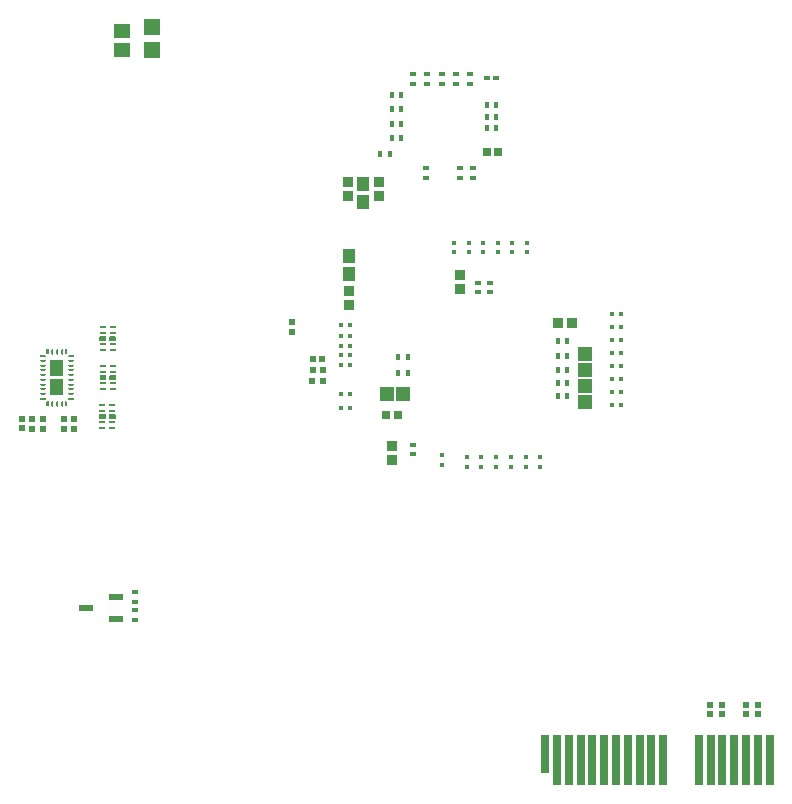
<source format=gbp>
G04*
G04 #@! TF.GenerationSoftware,Altium Limited,Altium Designer,21.6.4 (81)*
G04*
G04 Layer_Color=128*
%FSLAX44Y44*%
%MOMM*%
G71*
G04*
G04 #@! TF.SameCoordinates,3EDC82D6-234A-4603-B505-91B76C251D76*
G04*
G04*
G04 #@! TF.FilePolarity,Positive*
G04*
G01*
G75*
%ADD24R,0.7112X4.1910*%
%ADD35R,0.5000X0.4000*%
%ADD41R,0.5500X0.5500*%
%ADD45C,0.1800*%
G04:AMPARAMS|DCode=46|XSize=0.2mm|YSize=0.5mm|CornerRadius=0.05mm|HoleSize=0mm|Usage=FLASHONLY|Rotation=180.000|XOffset=0mm|YOffset=0mm|HoleType=Round|Shape=RoundedRectangle|*
%AMROUNDEDRECTD46*
21,1,0.2000,0.4000,0,0,180.0*
21,1,0.1000,0.5000,0,0,180.0*
1,1,0.1000,-0.0500,0.2000*
1,1,0.1000,0.0500,0.2000*
1,1,0.1000,0.0500,-0.2000*
1,1,0.1000,-0.0500,-0.2000*
%
%ADD46ROUNDEDRECTD46*%
G04:AMPARAMS|DCode=47|XSize=0.5mm|YSize=0.2mm|CornerRadius=0.05mm|HoleSize=0mm|Usage=FLASHONLY|Rotation=180.000|XOffset=0mm|YOffset=0mm|HoleType=Round|Shape=RoundedRectangle|*
%AMROUNDEDRECTD47*
21,1,0.5000,0.1000,0,0,180.0*
21,1,0.4000,0.2000,0,0,180.0*
1,1,0.1000,-0.2000,0.0500*
1,1,0.1000,0.2000,0.0500*
1,1,0.1000,0.2000,-0.0500*
1,1,0.1000,-0.2000,-0.0500*
%
%ADD47ROUNDEDRECTD47*%
G04:AMPARAMS|DCode=48|XSize=0.565mm|YSize=0.2mm|CornerRadius=0.05mm|HoleSize=0mm|Usage=FLASHONLY|Rotation=0.000|XOffset=0mm|YOffset=0mm|HoleType=Round|Shape=RoundedRectangle|*
%AMROUNDEDRECTD48*
21,1,0.5650,0.1000,0,0,0.0*
21,1,0.4650,0.2000,0,0,0.0*
1,1,0.1000,0.2325,-0.0500*
1,1,0.1000,-0.2325,-0.0500*
1,1,0.1000,-0.2325,0.0500*
1,1,0.1000,0.2325,0.0500*
%
%ADD48ROUNDEDRECTD48*%
%ADD51R,0.7000X0.6500*%
%ADD64R,0.9051X0.9062*%
%ADD67R,0.4500X0.4500*%
%ADD68R,0.4000X0.5000*%
%ADD70R,0.4500X0.4500*%
%ADD73R,0.6500X0.6500*%
%ADD77R,0.9062X0.9051*%
%ADD80R,0.5200X0.5200*%
%ADD83R,0.6000X0.5500*%
%ADD168R,0.7112X3.2004*%
%ADD169R,1.0582X1.3061*%
%ADD170R,1.2500X0.6000*%
%ADD171R,0.5500X0.5500*%
%ADD172R,1.3062X1.1544*%
%ADD173R,0.5500X0.6000*%
%ADD174R,0.5200X0.5200*%
%ADD175R,1.1544X1.3062*%
%ADD176R,0.5000X0.4500*%
%ADD177R,1.4621X1.3549*%
%ADD178R,1.4562X1.3046*%
%ADD179R,0.5400X0.5800*%
G36*
X92783Y348724D02*
X92924Y348583D01*
X93000Y348399D01*
Y348300D01*
Y345700D01*
Y345601D01*
X92924Y345417D01*
X92783Y345276D01*
X92599Y345200D01*
X87751D01*
X87567Y345276D01*
X87426Y345417D01*
X87350Y345601D01*
Y345700D01*
Y348300D01*
Y348399D01*
X87426Y348583D01*
X87567Y348724D01*
X87751Y348800D01*
X92599D01*
X92783Y348724D01*
D02*
G37*
G36*
X84433D02*
X84574Y348583D01*
X84650Y348399D01*
Y348300D01*
Y345700D01*
Y345601D01*
X84574Y345417D01*
X84433Y345276D01*
X84249Y345200D01*
X79401D01*
X79217Y345276D01*
X79076Y345417D01*
X79000Y345601D01*
Y345700D01*
Y348300D01*
Y348399D01*
X79076Y348583D01*
X79217Y348724D01*
X79401Y348800D01*
X84249D01*
X84433Y348724D01*
D02*
G37*
G36*
X51783Y338424D02*
X51924Y338283D01*
X52000Y338100D01*
X52000Y338000D01*
X52000Y338000D01*
Y334400D01*
X51100Y333500D01*
X50401D01*
X50217Y333576D01*
X50076Y333717D01*
X50000Y333901D01*
Y334000D01*
Y334000D01*
X50000Y338000D01*
X50000Y338099D01*
X50076Y338283D01*
X50217Y338424D01*
X50401Y338500D01*
X50500D01*
X50500Y338500D01*
X51500Y338500D01*
X51599Y338500D01*
X51783Y338424D01*
D02*
G37*
G36*
X34500Y338500D02*
X35500Y338500D01*
Y338500D01*
X35599D01*
X35783Y338424D01*
X35924Y338283D01*
X36000Y338099D01*
X36000Y338000D01*
Y334000D01*
X36000Y334000D01*
Y333901D01*
X35924Y333717D01*
X35783Y333576D01*
X35599Y333500D01*
X34900D01*
X34000Y334400D01*
Y338000D01*
X34000Y338100D01*
X34076Y338283D01*
X34217Y338424D01*
X34400Y338500D01*
X34500Y338500D01*
D02*
G37*
G36*
X57283Y332924D02*
X57424Y332783D01*
X57500Y332599D01*
X57500Y332500D01*
X57500Y331500D01*
X57500Y331500D01*
Y331401D01*
X57424Y331217D01*
X57283Y331076D01*
X57099Y331000D01*
X57000Y331000D01*
X53000D01*
X53000Y331000D01*
X52901D01*
X52717Y331076D01*
X52576Y331217D01*
X52500Y331401D01*
Y331500D01*
Y332100D01*
X53400Y333000D01*
X57000D01*
X57099Y333000D01*
X57283Y332924D01*
D02*
G37*
G36*
X29000Y333000D02*
X32600D01*
X33500Y332100D01*
X33500Y331500D01*
Y331401D01*
X33424Y331217D01*
X33283Y331076D01*
X33099Y331000D01*
X33000D01*
Y331000D01*
X29000D01*
X28901Y331000D01*
X28717Y331076D01*
X28576Y331217D01*
X28500Y331401D01*
Y331500D01*
Y331500D01*
X28500Y332500D01*
X28500Y332599D01*
X28576Y332783D01*
X28717Y332924D01*
X28900Y333000D01*
X29000Y333000D01*
D02*
G37*
G36*
X48433Y328874D02*
X48574Y328733D01*
X48650Y328549D01*
Y328450D01*
Y315550D01*
Y315451D01*
X48574Y315267D01*
X48433Y315126D01*
X48249Y315050D01*
X37750D01*
X37567Y315126D01*
X37426Y315267D01*
X37350Y315451D01*
Y315550D01*
Y328450D01*
Y328549D01*
X37426Y328733D01*
X37567Y328874D01*
X37750Y328950D01*
X48249D01*
X48433Y328874D01*
D02*
G37*
G36*
X92958Y315724D02*
X93099Y315583D01*
X93175Y315399D01*
Y315300D01*
Y312700D01*
Y312600D01*
X93099Y312417D01*
X92958Y312276D01*
X92774Y312200D01*
X87926D01*
X87742Y312276D01*
X87601Y312417D01*
X87525Y312600D01*
Y312700D01*
Y315300D01*
Y315399D01*
X87601Y315583D01*
X87742Y315724D01*
X87926Y315800D01*
X92774D01*
X92958Y315724D01*
D02*
G37*
G36*
X84608D02*
X84749Y315583D01*
X84825Y315399D01*
Y315300D01*
Y312700D01*
Y312600D01*
X84749Y312417D01*
X84608Y312276D01*
X84424Y312200D01*
X79576D01*
X79392Y312276D01*
X79251Y312417D01*
X79175Y312600D01*
Y312700D01*
Y315300D01*
Y315399D01*
X79251Y315583D01*
X79392Y315724D01*
X79576Y315800D01*
X84424D01*
X84608Y315724D01*
D02*
G37*
G36*
X48433Y312874D02*
X48574Y312733D01*
X48650Y312549D01*
Y312450D01*
Y299550D01*
Y299450D01*
X48574Y299267D01*
X48433Y299126D01*
X48249Y299050D01*
X37750D01*
X37567Y299126D01*
X37426Y299267D01*
X37350Y299450D01*
Y299550D01*
Y312450D01*
Y312549D01*
X37426Y312733D01*
X37567Y312874D01*
X37750Y312950D01*
X48249D01*
X48433Y312874D01*
D02*
G37*
G36*
X57000Y297000D02*
X57099Y297000D01*
X57283Y296924D01*
X57424Y296783D01*
X57500Y296599D01*
Y296500D01*
X57500D01*
X57500Y295500D01*
X57500Y295401D01*
X57424Y295217D01*
X57283Y295076D01*
X57099Y295000D01*
X57000Y295000D01*
X57000Y295000D01*
X53400D01*
X52500Y295900D01*
Y296500D01*
Y296599D01*
X52576Y296783D01*
X52717Y296924D01*
X52901Y297000D01*
X53000D01*
X53000Y297000D01*
X57000Y297000D01*
D02*
G37*
G36*
X33000Y297000D02*
X33099D01*
X33283Y296924D01*
X33424Y296783D01*
X33500Y296599D01*
Y296500D01*
X33500Y295900D01*
X32600Y295000D01*
X29000D01*
Y295000D01*
X28900Y295000D01*
X28717Y295076D01*
X28576Y295217D01*
X28500Y295401D01*
X28500Y295500D01*
X28500Y296500D01*
Y296599D01*
X28576Y296783D01*
X28717Y296924D01*
X28901Y297000D01*
X29000Y297000D01*
X33000Y297000D01*
Y297000D01*
D02*
G37*
G36*
X35500Y294500D02*
X35599D01*
X35783Y294424D01*
X35924Y294283D01*
X36000Y294099D01*
Y294000D01*
X36000D01*
Y290000D01*
X36000Y289900D01*
X35924Y289717D01*
X35783Y289576D01*
X35599Y289500D01*
X35500D01*
Y289500D01*
X34500Y289500D01*
X34400Y289500D01*
X34217Y289576D01*
X34076Y289717D01*
X34000Y289900D01*
X34000Y290000D01*
Y293600D01*
X34900Y294500D01*
X35500Y294500D01*
D02*
G37*
G36*
X52000Y293600D02*
Y290000D01*
X52000D01*
X52000Y289900D01*
X51924Y289717D01*
X51783Y289576D01*
X51599Y289500D01*
X51500Y289500D01*
X50500Y289500D01*
X50401D01*
X50217Y289576D01*
X50076Y289717D01*
X50000Y289901D01*
X50000Y290000D01*
X50000Y294000D01*
Y294099D01*
X50076Y294283D01*
X50217Y294424D01*
X50401Y294500D01*
X50500D01*
X51100Y294500D01*
X52000Y293600D01*
D02*
G37*
G36*
X92608Y282724D02*
X92749Y282583D01*
X92825Y282399D01*
Y282300D01*
Y279700D01*
Y279601D01*
X92749Y279417D01*
X92608Y279276D01*
X92424Y279200D01*
X87576D01*
X87392Y279276D01*
X87251Y279417D01*
X87175Y279601D01*
Y279700D01*
Y282300D01*
Y282399D01*
X87251Y282583D01*
X87392Y282724D01*
X87576Y282800D01*
X92424D01*
X92608Y282724D01*
D02*
G37*
G36*
X84258D02*
X84399Y282583D01*
X84475Y282399D01*
Y282300D01*
Y279700D01*
Y279601D01*
X84399Y279417D01*
X84258Y279276D01*
X84074Y279200D01*
X79226D01*
X79042Y279276D01*
X78901Y279417D01*
X78825Y279601D01*
Y279700D01*
Y282300D01*
Y282399D01*
X78901Y282583D01*
X79042Y282724D01*
X79226Y282800D01*
X84074D01*
X84258Y282724D01*
D02*
G37*
G54D24*
X496514Y-9906D02*
D03*
X506514D02*
D03*
X516514D02*
D03*
X526514D02*
D03*
X626514D02*
D03*
X636514D02*
D03*
X596514D02*
D03*
X606514D02*
D03*
X556514D02*
D03*
X486514D02*
D03*
X616514D02*
D03*
X586514D02*
D03*
X646514D02*
D03*
X466514D02*
D03*
X476514D02*
D03*
X546514D02*
D03*
X536514D02*
D03*
G54D35*
X109500Y132000D02*
D03*
Y124000D02*
D03*
Y109000D02*
D03*
Y117000D02*
D03*
X392750Y570750D02*
D03*
X368750D02*
D03*
X384000Y483000D02*
D03*
X356500Y570750D02*
D03*
X400000Y386000D02*
D03*
X392750Y562750D02*
D03*
X380750D02*
D03*
X368750D02*
D03*
X356500D02*
D03*
X356000Y491000D02*
D03*
X410000Y394000D02*
D03*
X395000Y491000D02*
D03*
X400000Y394000D02*
D03*
X384000Y491000D02*
D03*
X344500Y562750D02*
D03*
X345000Y249000D02*
D03*
X410000Y386000D02*
D03*
X345000Y257000D02*
D03*
X380750Y570750D02*
D03*
X395000Y483000D02*
D03*
X344500Y570750D02*
D03*
X356000Y483000D02*
D03*
G54D41*
X242000Y352250D02*
D03*
Y361250D02*
D03*
X48750Y279250D02*
D03*
Y270250D02*
D03*
X57750Y279250D02*
D03*
Y270250D02*
D03*
X31250Y279250D02*
D03*
Y270250D02*
D03*
G54D45*
X35000Y292000D02*
D03*
X51000D02*
D03*
X35000Y336000D02*
D03*
X51000D02*
D03*
X31000Y296000D02*
D03*
Y332000D02*
D03*
X55000Y296000D02*
D03*
Y332000D02*
D03*
G54D46*
X39000Y336000D02*
D03*
X43000D02*
D03*
X47000D02*
D03*
Y292000D02*
D03*
X43000D02*
D03*
X39000D02*
D03*
G54D47*
X31000Y300000D02*
D03*
Y304000D02*
D03*
Y308000D02*
D03*
Y312000D02*
D03*
Y316000D02*
D03*
Y320000D02*
D03*
Y324000D02*
D03*
Y328000D02*
D03*
X55000D02*
D03*
Y324000D02*
D03*
Y320000D02*
D03*
Y316000D02*
D03*
Y312000D02*
D03*
Y308000D02*
D03*
Y304000D02*
D03*
Y300000D02*
D03*
G54D48*
X81650Y291000D02*
D03*
X90000D02*
D03*
X81650Y286000D02*
D03*
X90000D02*
D03*
X81650Y276000D02*
D03*
X90000D02*
D03*
X81650Y271000D02*
D03*
X90000D02*
D03*
X81825Y357000D02*
D03*
X90175D02*
D03*
X81825Y352000D02*
D03*
X90175D02*
D03*
Y342000D02*
D03*
X81825D02*
D03*
X90175Y337000D02*
D03*
X81825D02*
D03*
X90350Y319000D02*
D03*
X82000D02*
D03*
Y309000D02*
D03*
X90350D02*
D03*
Y304000D02*
D03*
X82000D02*
D03*
Y324000D02*
D03*
X90350D02*
D03*
G54D51*
X407250Y505000D02*
D03*
X416750D02*
D03*
G54D64*
X466994Y360000D02*
D03*
X479006D02*
D03*
G54D67*
X452500Y246500D02*
D03*
Y238500D02*
D03*
X440000Y246500D02*
D03*
Y238500D02*
D03*
X427500Y246500D02*
D03*
Y238500D02*
D03*
X415000Y246500D02*
D03*
Y238500D02*
D03*
X402500Y246500D02*
D03*
Y238500D02*
D03*
X390000Y246500D02*
D03*
Y238500D02*
D03*
X369000Y248000D02*
D03*
Y240000D02*
D03*
X441000Y428000D02*
D03*
X428454D02*
D03*
X416727D02*
D03*
X391909D02*
D03*
X404182D02*
D03*
X379636D02*
D03*
X441000Y420000D02*
D03*
X416727D02*
D03*
X428454D02*
D03*
X404182D02*
D03*
X391909D02*
D03*
X379636D02*
D03*
G54D68*
X415000Y535000D02*
D03*
X407000D02*
D03*
X415000Y525000D02*
D03*
X326500Y553000D02*
D03*
Y528750D02*
D03*
Y517000D02*
D03*
X467000Y345000D02*
D03*
Y320000D02*
D03*
Y309000D02*
D03*
X475000D02*
D03*
Y345000D02*
D03*
Y320000D02*
D03*
Y332000D02*
D03*
X467000Y298000D02*
D03*
X407000Y545000D02*
D03*
Y525000D02*
D03*
X334500Y553000D02*
D03*
Y541000D02*
D03*
Y528750D02*
D03*
X325000Y503000D02*
D03*
X334500Y517000D02*
D03*
X332000Y318000D02*
D03*
Y331000D02*
D03*
X340000Y318000D02*
D03*
Y331000D02*
D03*
X467000Y332000D02*
D03*
X415000Y545000D02*
D03*
X326500Y541000D02*
D03*
X317000Y503000D02*
D03*
X475000Y298000D02*
D03*
G54D70*
X513000Y368000D02*
D03*
X521000D02*
D03*
X283250Y324750D02*
D03*
X283250Y332818D02*
D03*
X283500Y340750D02*
D03*
X521000Y291000D02*
D03*
Y302000D02*
D03*
X283250Y348887D02*
D03*
Y358409D02*
D03*
X521000Y357000D02*
D03*
Y346000D02*
D03*
Y313000D02*
D03*
Y324000D02*
D03*
X521000Y335000D02*
D03*
X283500Y300000D02*
D03*
X283500Y288000D02*
D03*
X291500D02*
D03*
X291250Y348887D02*
D03*
Y358409D02*
D03*
X291250Y332818D02*
D03*
X291250Y324750D02*
D03*
X291500Y340750D02*
D03*
Y300000D02*
D03*
X513000Y302000D02*
D03*
Y346000D02*
D03*
Y357000D02*
D03*
Y313000D02*
D03*
Y324000D02*
D03*
X513000Y335000D02*
D03*
X513000Y291000D02*
D03*
G54D73*
X322000Y282000D02*
D03*
X332000D02*
D03*
G54D77*
X327000Y256006D02*
D03*
Y243994D02*
D03*
X290000Y387006D02*
D03*
Y374994D02*
D03*
X289500Y467494D02*
D03*
Y479506D02*
D03*
X315500D02*
D03*
Y467494D02*
D03*
X384000Y388994D02*
D03*
Y401006D02*
D03*
G54D80*
X259750Y329750D02*
D03*
X267750D02*
D03*
G54D83*
X259500Y320000D02*
D03*
X268000D02*
D03*
G54D168*
X456514Y-4953D02*
D03*
G54D169*
X290000Y401239D02*
D03*
Y416761D02*
D03*
X302500Y462500D02*
D03*
Y478022D02*
D03*
G54D170*
X93000Y128520D02*
D03*
Y109480D02*
D03*
X68000Y119000D02*
D03*
G54D171*
X259250Y311000D02*
D03*
X268250D02*
D03*
G54D172*
X490000Y307000D02*
D03*
Y293482D02*
D03*
Y320241D02*
D03*
Y333759D02*
D03*
G54D173*
X22000Y270500D02*
D03*
Y279000D02*
D03*
G54D174*
X13500Y271000D02*
D03*
Y279000D02*
D03*
G54D175*
X322241Y300000D02*
D03*
X335759D02*
D03*
G54D176*
X407000Y568000D02*
D03*
X414500D02*
D03*
G54D177*
X123500Y610756D02*
D03*
Y591244D02*
D03*
G54D178*
X98500Y607308D02*
D03*
Y591192D02*
D03*
G54D179*
X606270Y36800D02*
D03*
X596270D02*
D03*
X606270Y29000D02*
D03*
X596270D02*
D03*
X636270D02*
D03*
X626270D02*
D03*
X636270Y36800D02*
D03*
X626270D02*
D03*
M02*

</source>
